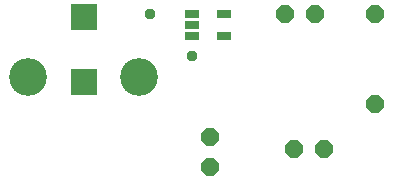
<source format=gts>
G75*
%MOIN*%
%OFA0B0*%
%FSLAX25Y25*%
%IPPOS*%
%LPD*%
%AMOC8*
5,1,8,0,0,1.08239X$1,22.5*
%
%ADD10OC8,0.06000*%
%ADD11R,0.05131X0.03162*%
%ADD12R,0.09068X0.09068*%
%ADD13C,0.12611*%
%ADD14C,0.03778*%
D10*
X0089000Y0024000D03*
X0089000Y0034000D03*
X0117000Y0030000D03*
X0127000Y0030000D03*
X0144000Y0045000D03*
X0144000Y0075000D03*
X0124000Y0075000D03*
X0114000Y0075000D03*
D11*
X0093630Y0075000D03*
X0093630Y0067520D03*
X0083000Y0067520D03*
X0083000Y0071260D03*
X0083000Y0075000D03*
D12*
X0047000Y0052173D03*
X0047000Y0073827D03*
D13*
X0028496Y0053984D03*
X0065504Y0053984D03*
D14*
X0083000Y0061000D03*
X0069000Y0075000D03*
M02*

</source>
